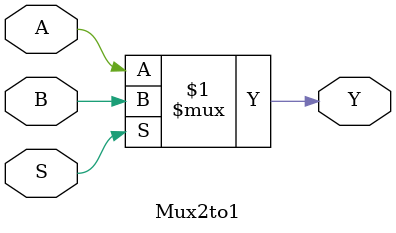
<source format=v>
module Mux2to1 (
    input wire A, // Input A
    input wire B, // Input B
    input wire S, // Select input
    output wire Y  // Output
);

// MUX logic
assign Y = S ? B : A;

endmodule
</source>
